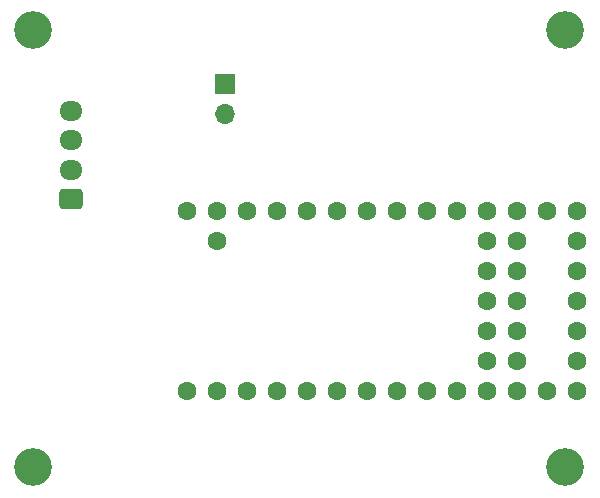
<source format=gbr>
%TF.GenerationSoftware,KiCad,Pcbnew,7.0.7*%
%TF.CreationDate,2023-11-26T17:57:00-07:00*%
%TF.ProjectId,IMUBox,494d5542-6f78-42e6-9b69-6361645f7063,v2*%
%TF.SameCoordinates,Original*%
%TF.FileFunction,Soldermask,Bot*%
%TF.FilePolarity,Negative*%
%FSLAX46Y46*%
G04 Gerber Fmt 4.6, Leading zero omitted, Abs format (unit mm)*
G04 Created by KiCad (PCBNEW 7.0.7) date 2023-11-26 17:57:00*
%MOMM*%
%LPD*%
G01*
G04 APERTURE LIST*
G04 Aperture macros list*
%AMRoundRect*
0 Rectangle with rounded corners*
0 $1 Rounding radius*
0 $2 $3 $4 $5 $6 $7 $8 $9 X,Y pos of 4 corners*
0 Add a 4 corners polygon primitive as box body*
4,1,4,$2,$3,$4,$5,$6,$7,$8,$9,$2,$3,0*
0 Add four circle primitives for the rounded corners*
1,1,$1+$1,$2,$3*
1,1,$1+$1,$4,$5*
1,1,$1+$1,$6,$7*
1,1,$1+$1,$8,$9*
0 Add four rect primitives between the rounded corners*
20,1,$1+$1,$2,$3,$4,$5,0*
20,1,$1+$1,$4,$5,$6,$7,0*
20,1,$1+$1,$6,$7,$8,$9,0*
20,1,$1+$1,$8,$9,$2,$3,0*%
G04 Aperture macros list end*
%ADD10R,1.700000X1.700000*%
%ADD11O,1.700000X1.700000*%
%ADD12RoundRect,0.250000X0.725000X-0.600000X0.725000X0.600000X-0.725000X0.600000X-0.725000X-0.600000X0*%
%ADD13O,1.950000X1.700000*%
%ADD14C,1.600000*%
%ADD15C,3.200000*%
G04 APERTURE END LIST*
D10*
%TO.C,JP1*%
X130200000Y-42560000D03*
D11*
X130200000Y-45100000D03*
%TD*%
D12*
%TO.C,J1*%
X117200000Y-52300000D03*
D13*
X117200000Y-49800000D03*
X117200000Y-47300000D03*
X117200000Y-44800000D03*
%TD*%
D14*
%TO.C,U3*%
X127000000Y-68580000D03*
X129540000Y-68580000D03*
X132080000Y-68580000D03*
X134620000Y-68580000D03*
X137160000Y-68580000D03*
X139700000Y-68580000D03*
X142240000Y-68580000D03*
X144780000Y-68580000D03*
X147320000Y-68580000D03*
X149860000Y-68580000D03*
X152400000Y-68580000D03*
X154940000Y-68580000D03*
X157480000Y-68580000D03*
X160020000Y-68580000D03*
X160020000Y-66040000D03*
X160020000Y-63500000D03*
X160020000Y-60960000D03*
X160020000Y-58420000D03*
X160020000Y-55880000D03*
X160020000Y-53340000D03*
X157480000Y-53340000D03*
X154940000Y-53340000D03*
X152400000Y-53340000D03*
X149860000Y-53340000D03*
X147320000Y-53340000D03*
X144780000Y-53340000D03*
X142240000Y-53340000D03*
X139700000Y-53340000D03*
X137160000Y-53340000D03*
X134620000Y-53340000D03*
X132080000Y-53340000D03*
X129540000Y-53340000D03*
X127000000Y-53340000D03*
X129540000Y-55880000D03*
X154940000Y-55880000D03*
X152400000Y-55880000D03*
X154940000Y-58420000D03*
X152400000Y-58420000D03*
X154940000Y-60960000D03*
X152400000Y-60960000D03*
X154940000Y-63500000D03*
X152400000Y-63500000D03*
X154940000Y-66040000D03*
X152400000Y-66040000D03*
%TD*%
D15*
%TO.C,REF\u002A\u002A*%
X159000000Y-38000000D03*
%TD*%
%TO.C,REF\u002A\u002A*%
X159000000Y-75000000D03*
%TD*%
%TO.C,REF\u002A\u002A*%
X114000000Y-38000000D03*
%TD*%
%TO.C,REF\u002A\u002A*%
X114000000Y-75000000D03*
%TD*%
M02*

</source>
